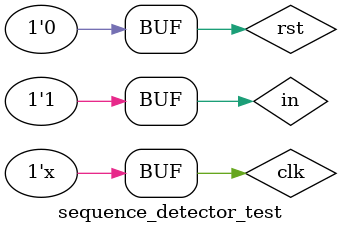
<source format=v>
module sequence_detector_test;

//inputs 
reg in;
reg clk;
reg rst;

//outputs
wire out;

//instantiating the unit under test

sequence_detector uut(.in(in), .clk(clk), .rst(rst), .out(out));

initial
begin

//initiate inputs
in = 0;
clk = 0;
rst = 0;

//wait 10ns for global reset to finish

#10;

rst = 1;
#10;

rst = 0;
#10;

in =  1;
#10;

in = 0;
#10;

in = 1;
#10;

//add stimulate here
end

always #5 clk = ~clk;

endmodule

</source>
